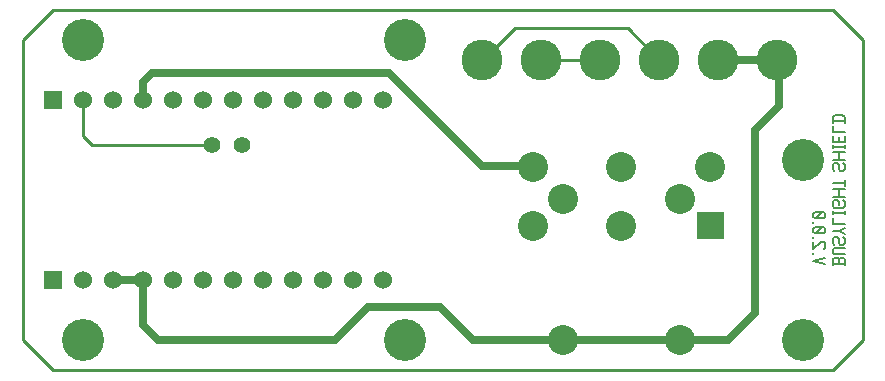
<source format=gbl>
G04 start of page 3 for group 1 idx 1 *
G04 Title: (unknown), ground *
G04 Creator: pcb v4.3.0-g9dea9f5a *
G04 CreationDate: Fri Oct 27 19:37:28 2023 UTC *
G04 For: steve *
G04 Format: Gerber/RS-274X *
G04 PCB-Dimensions (mil): 3200.00 1400.00 *
G04 PCB-Coordinate-Origin: lower left *
%MOIN*%
%FSLAX25Y25*%
%LNGBL*%
%ADD36C,0.0300*%
%ADD35C,0.0380*%
%ADD34C,0.0500*%
%ADD33C,0.1300*%
%ADD32C,0.1360*%
%ADD31C,0.1400*%
%ADD30C,0.1000*%
%ADD29C,0.0550*%
%ADD28C,0.0600*%
%ADD27C,0.0001*%
%ADD26C,0.0060*%
%ADD25C,0.0250*%
%ADD24C,0.0100*%
G54D24*X40000Y22500D02*Y110000D01*
Y100000D01*
Y20000D02*Y27500D01*
Y105000D02*Y120000D01*
X50000Y130000D01*
X40000Y25000D02*Y20000D01*
X320000Y110000D02*Y20000D01*
X310000Y10000D01*
X312500Y12500D01*
X310000Y130000D02*X320000Y120000D01*
Y105000D01*
X50000Y130000D02*X72500D01*
X70000D02*X82500D01*
X310000D01*
X40000Y20000D02*X50000Y10000D01*
X72500D01*
X67500D02*X82500D01*
X310000D01*
X212815Y113500D02*X232500D01*
X193185D02*X193500D01*
X204000Y124000D01*
G54D25*X270700Y76700D02*X269200Y78200D01*
X239200Y77800D02*X239600Y78200D01*
X270200Y77200D02*X269200Y78200D01*
G54D24*X204000Y124000D02*X241685D01*
X252185Y113500D01*
G54D26*X307500Y45500D02*X303500Y46500D01*
X307500Y47500D01*
X303500Y48700D02*Y49200D01*
X307000Y50400D02*X307500Y50900D01*
Y52400D01*
X307000Y52900D01*
X306000D02*X307000D01*
X303500Y50400D02*X306000Y52900D01*
X303500Y50400D02*Y52900D01*
Y54100D02*Y54600D01*
X304000Y55800D02*X303500Y56300D01*
X304000Y55800D02*X307000D01*
X307500Y56300D01*
Y57300D01*
X307000Y57800D01*
X304000D02*X307000D01*
X303500Y57300D02*X304000Y57800D01*
X303500Y56300D02*Y57300D01*
X304500Y55800D02*X306500Y57800D01*
X303500Y59000D02*Y59500D01*
X304000Y60700D02*X303500Y61200D01*
X304000Y60700D02*X307000D01*
X307500Y61200D01*
Y62200D01*
X307000Y62700D01*
X304000D02*X307000D01*
X303500Y62200D02*X304000Y62700D01*
X303500Y61200D02*Y62200D01*
X304500Y60700D02*X306500Y62700D01*
X310000Y45000D02*Y47000D01*
X310500Y47500D01*
X311700D01*
X312200Y47000D02*X311700Y47500D01*
X312200Y45500D02*Y47000D01*
X310000Y45500D02*X314000D01*
Y45000D02*Y47000D01*
X313500Y47500D01*
X312700D02*X313500D01*
X312200Y47000D02*X312700Y47500D01*
X310500Y48700D02*X314000D01*
X310500D02*X310000Y49200D01*
Y50200D01*
X310500Y50700D01*
X314000D01*
Y53900D02*X313500Y54400D01*
X314000Y52400D02*Y53900D01*
X313500Y51900D02*X314000Y52400D01*
X312500Y51900D02*X313500D01*
X312500D02*X312000Y52400D01*
Y53900D01*
X311500Y54400D01*
X310500D02*X311500D01*
X310000Y53900D02*X310500Y54400D01*
X310000Y52400D02*Y53900D01*
X310500Y51900D02*X310000Y52400D01*
X314000Y55600D02*X312000Y56600D01*
X314000Y57600D01*
X310000Y56600D02*X312000D01*
X310000Y58800D02*X314000D01*
X310000D02*Y60800D01*
X314000Y62000D02*Y63000D01*
X310000Y62500D02*X314000D01*
X310000Y62000D02*Y63000D01*
X314000Y66200D02*X313500Y66700D01*
X314000Y64700D02*Y66200D01*
X313500Y64200D02*X314000Y64700D01*
X310500Y64200D02*X313500D01*
X310500D02*X310000Y64700D01*
Y66200D01*
X310500Y66700D01*
X311500D01*
X312000Y66200D02*X311500Y66700D01*
X312000Y65200D02*Y66200D01*
X310000Y67900D02*X314000D01*
X310000Y70400D02*X314000D01*
X312000Y67900D02*Y70400D01*
X314000Y71600D02*Y73600D01*
X310000Y72600D02*X314000D01*
Y78600D02*X313500Y79100D01*
X314000Y77100D02*Y78600D01*
X313500Y76600D02*X314000Y77100D01*
X312500Y76600D02*X313500D01*
X312500D02*X312000Y77100D01*
Y78600D01*
X311500Y79100D01*
X310500D02*X311500D01*
X310000Y78600D02*X310500Y79100D01*
X310000Y77100D02*Y78600D01*
X310500Y76600D02*X310000Y77100D01*
Y80300D02*X314000D01*
X310000Y82800D02*X314000D01*
X312000Y80300D02*Y82800D01*
X314000Y84000D02*Y85000D01*
X310000Y84500D02*X314000D01*
X310000Y84000D02*Y85000D01*
X312200Y86200D02*Y87700D01*
X310000Y86200D02*Y88200D01*
Y86200D02*X314000D01*
Y88200D01*
X310000Y89400D02*X314000D01*
X310000D02*Y91400D01*
Y93100D02*X314000D01*
Y94400D02*X313300Y95100D01*
X310700D02*X313300D01*
X310000Y94400D02*X310700Y95100D01*
X310000Y92600D02*Y94400D01*
X314000Y92600D02*Y94400D01*
G54D25*X80000Y100000D02*Y106000D01*
X83000Y109000D01*
X162000D01*
X193000Y78000D01*
X210000D01*
X271870Y113500D02*X291555D01*
X292000D02*Y98000D01*
X284000Y90000D01*
Y29000D01*
X275000Y20000D01*
X259000D01*
X85000D02*X80000Y25000D01*
Y40000D01*
X85000Y20000D02*X144000D01*
X70000Y40000D02*X80000D01*
G54D24*X60000Y100000D02*Y88000D01*
X63000Y85000D01*
X103000D01*
G54D25*X210000Y78000D02*X210100Y77900D01*
X144000Y20000D02*X155000Y31000D01*
X179000D01*
X190000Y20000D01*
X260000D01*
G54D27*G36*
X47000Y43000D02*Y37000D01*
X53000D01*
Y43000D01*
X47000D01*
G37*
G54D28*X60000Y40000D03*
X70000D03*
X80000D03*
X90000D03*
X100000D03*
X110000D03*
X120000D03*
G54D27*G36*
X47000Y103000D02*Y97000D01*
X53000D01*
Y103000D01*
X47000D01*
G37*
G54D28*X60000Y100000D03*
X70000D03*
X80000D03*
X90000D03*
X100000D03*
X110000D03*
X120000D03*
X130000D03*
X140000D03*
X150000D03*
X160000D03*
G54D29*X103000Y85000D03*
X113000D03*
G54D28*X130000Y40000D03*
X140000D03*
X150000D03*
X160000D03*
G54D30*X210100Y58200D03*
X220000Y67300D03*
X210100Y77900D03*
X220000Y20000D03*
X239600Y77900D03*
Y58200D03*
X259300Y67300D03*
Y20000D03*
X269200Y77900D03*
G54D27*G36*
X264700Y62700D02*Y53700D01*
X273700D01*
Y62700D01*
X264700D01*
G37*
G54D31*X167500Y120000D03*
G54D32*X212815Y113500D03*
X232500D03*
X193185D03*
G54D31*X167500Y20000D03*
X60000D03*
Y120000D03*
X300000Y20000D03*
Y80000D03*
G54D32*X252185Y113500D03*
X271870D03*
X291555D03*
G54D33*G54D34*G54D33*G54D34*G54D35*G54D36*G54D35*G54D28*M02*

</source>
